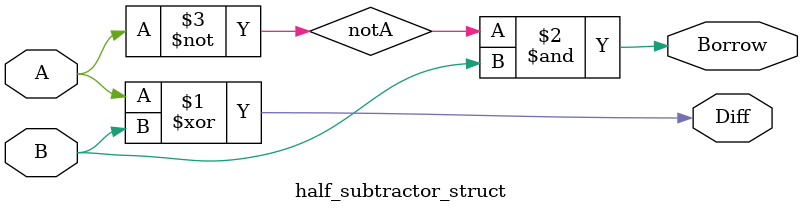
<source format=sv>
module half_subtractor_struct(input A, B, output Diff, Borrow);
  
  wire notA;
  
  not(notA, A);
  xor(Diff, A, B);
  and(Borrow, notA, B);
endmodule


</source>
